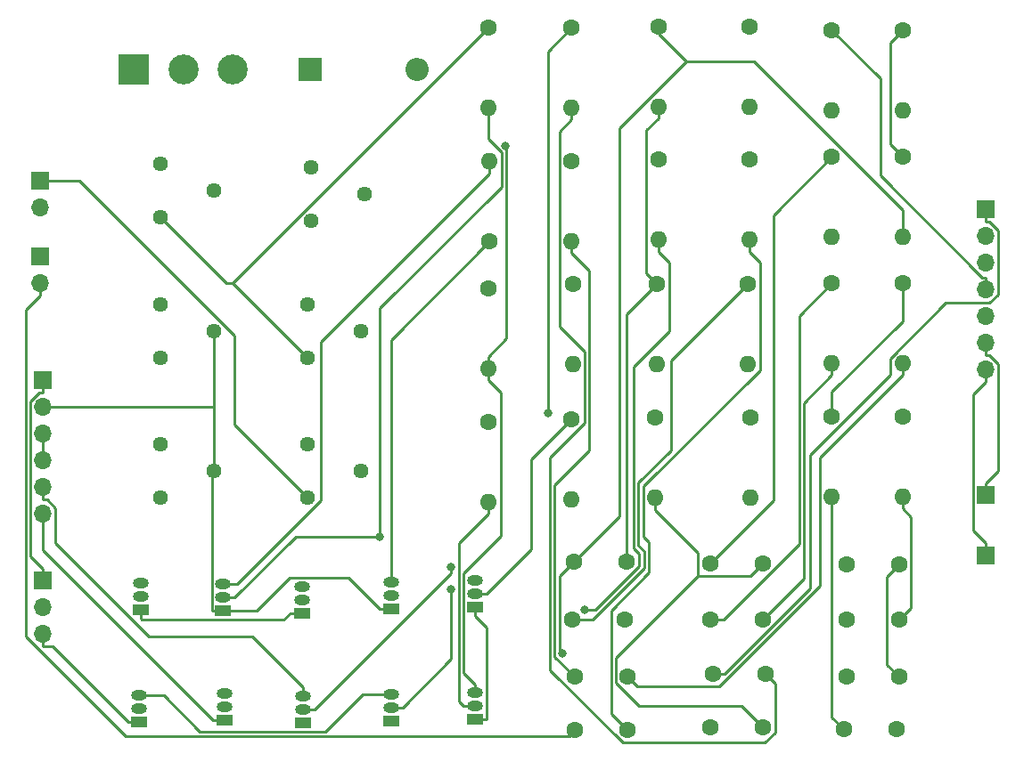
<source format=gbr>
G04 #@! TF.GenerationSoftware,KiCad,Pcbnew,(5.1.5)-3*
G04 #@! TF.CreationDate,2020-01-23T17:34:21-05:00*
G04 #@! TF.ProjectId,dmv,646d762e-6b69-4636-9164-5f7063625858,v01*
G04 #@! TF.SameCoordinates,Original*
G04 #@! TF.FileFunction,Copper,L2,Bot*
G04 #@! TF.FilePolarity,Positive*
%FSLAX46Y46*%
G04 Gerber Fmt 4.6, Leading zero omitted, Abs format (unit mm)*
G04 Created by KiCad (PCBNEW (5.1.5)-3) date 2020-01-23 17:34:21*
%MOMM*%
%LPD*%
G04 APERTURE LIST*
%ADD10C,1.600000*%
%ADD11R,2.200000X2.200000*%
%ADD12O,2.200000X2.200000*%
%ADD13R,1.700000X1.700000*%
%ADD14O,1.700000X1.700000*%
%ADD15R,1.500000X1.000000*%
%ADD16O,1.500000X1.000000*%
%ADD17O,1.600000X1.600000*%
%ADD18C,1.440000*%
%ADD19R,2.850000X2.850000*%
%ADD20C,2.850000*%
%ADD21C,0.800000*%
%ADD22C,0.250000*%
G04 APERTURE END LIST*
D10*
X129079000Y-82677000D03*
X124079000Y-82677000D03*
X141779000Y-72263000D03*
X136779000Y-72263000D03*
X110998000Y-88011000D03*
X115998000Y-88011000D03*
X141779000Y-82931000D03*
X136779000Y-82931000D03*
X136525000Y-87884000D03*
X141525000Y-87884000D03*
X141779000Y-77470000D03*
X136779000Y-77470000D03*
X128829000Y-87730000D03*
X123829000Y-87730000D03*
X110998000Y-82931000D03*
X115998000Y-82931000D03*
X123825000Y-77470000D03*
X128825000Y-77470000D03*
X110918000Y-71951000D03*
X115918000Y-71951000D03*
X123825000Y-72136000D03*
X128825000Y-72136000D03*
X115693000Y-77511000D03*
X110693000Y-77511000D03*
D11*
X85852000Y-25146000D03*
D12*
X96012000Y-25146000D03*
D13*
X60153000Y-35734000D03*
D14*
X60153000Y-38274000D03*
X60153000Y-45474000D03*
D13*
X60153000Y-42934000D03*
X60452000Y-73787000D03*
D14*
X60452000Y-76327000D03*
X60452000Y-78867000D03*
D13*
X60452000Y-54737000D03*
D14*
X60452000Y-57277000D03*
X60452000Y-59817000D03*
X60452000Y-62357000D03*
X60452000Y-64897000D03*
X60452000Y-67437000D03*
D13*
X149987000Y-38481000D03*
D14*
X149987000Y-41021000D03*
X149987000Y-43561000D03*
X149987000Y-46101000D03*
X149987000Y-48641000D03*
X149987000Y-51181000D03*
X149987000Y-53721000D03*
D13*
X149987000Y-71374000D03*
X149987000Y-65659000D03*
D15*
X85036000Y-76870000D03*
D16*
X85036000Y-74330000D03*
X85036000Y-75600000D03*
D15*
X101495000Y-76324000D03*
D16*
X101495000Y-73784000D03*
X101495000Y-75054000D03*
X77577000Y-75381000D03*
X77577000Y-74111000D03*
D15*
X77577000Y-76651000D03*
D16*
X85163000Y-86006000D03*
X85163000Y-84736000D03*
D15*
X85163000Y-87276000D03*
X69723000Y-76581000D03*
D16*
X69723000Y-74041000D03*
X69723000Y-75311000D03*
D15*
X93528000Y-76451000D03*
D16*
X93528000Y-73911000D03*
X93528000Y-75181000D03*
X101495000Y-85714000D03*
X101495000Y-84444000D03*
D15*
X101495000Y-86984000D03*
D16*
X77704000Y-85787000D03*
X77704000Y-84517000D03*
D15*
X77704000Y-87057000D03*
D16*
X93528000Y-85841000D03*
X93528000Y-84571000D03*
D15*
X93528000Y-87111000D03*
X69610000Y-87231000D03*
D16*
X69610000Y-84691000D03*
X69610000Y-85961000D03*
D17*
X135395000Y-65778000D03*
D10*
X135395000Y-58158000D03*
D17*
X118618000Y-65913000D03*
D10*
X118618000Y-58293000D03*
D17*
X102743000Y-28829000D03*
D10*
X102743000Y-21209000D03*
D17*
X142112000Y-53103000D03*
D10*
X142112000Y-45483000D03*
X110672000Y-21185000D03*
D17*
X110672000Y-28805000D03*
D10*
X110617000Y-58420000D03*
D17*
X110617000Y-66040000D03*
X127535000Y-41353000D03*
D10*
X127535000Y-33733000D03*
X118803000Y-45538000D03*
D17*
X118803000Y-53158000D03*
X127635000Y-65913000D03*
D10*
X127635000Y-58293000D03*
X102870000Y-41529000D03*
D17*
X102870000Y-33909000D03*
D18*
X85933000Y-39503000D03*
X91013000Y-36963000D03*
X85933000Y-34423000D03*
D17*
X118913000Y-41353000D03*
D10*
X118913000Y-33733000D03*
D18*
X85598000Y-52578000D03*
X90678000Y-50038000D03*
X85598000Y-47498000D03*
D10*
X142112000Y-58158000D03*
D17*
X142112000Y-65778000D03*
D18*
X85598000Y-60833000D03*
X90678000Y-63373000D03*
X85598000Y-65913000D03*
D10*
X102743000Y-58674000D03*
D17*
X102743000Y-66294000D03*
D10*
X135395000Y-45483000D03*
D17*
X135395000Y-53103000D03*
D18*
X71628000Y-34163000D03*
X76708000Y-36703000D03*
X71628000Y-39243000D03*
D10*
X110672000Y-33860000D03*
D17*
X110672000Y-41480000D03*
X118913000Y-28678000D03*
D10*
X118913000Y-21058000D03*
X110772000Y-45525000D03*
D17*
X110772000Y-53145000D03*
X142112000Y-29023000D03*
D10*
X142112000Y-21403000D03*
D17*
X102743000Y-53594000D03*
D10*
X102743000Y-45974000D03*
X142112000Y-33443000D03*
D17*
X142112000Y-41063000D03*
X135395000Y-29023000D03*
D10*
X135395000Y-21403000D03*
D17*
X135395000Y-41063000D03*
D10*
X135395000Y-33443000D03*
D18*
X71628000Y-47498000D03*
X76708000Y-50038000D03*
X71628000Y-52578000D03*
D10*
X127425000Y-45538000D03*
D17*
X127425000Y-53158000D03*
D18*
X71628000Y-65913000D03*
X76708000Y-63373000D03*
X71628000Y-60833000D03*
D10*
X127535000Y-21058000D03*
D17*
X127535000Y-28678000D03*
D19*
X69087000Y-25146000D03*
D20*
X73787000Y-25146000D03*
X78487000Y-25146000D03*
D21*
X111901700Y-76555700D03*
X92457100Y-69575000D03*
X104417400Y-32409900D03*
X109827400Y-80659700D03*
X99178700Y-72477300D03*
X99226200Y-74627100D03*
X108441500Y-57837400D03*
D22*
X149987000Y-39656300D02*
X150354300Y-39656300D01*
X150354300Y-39656300D02*
X151184800Y-40486800D01*
X151184800Y-40486800D02*
X151184800Y-46573300D01*
X151184800Y-46573300D02*
X150387100Y-47371000D01*
X150387100Y-47371000D02*
X146211900Y-47371000D01*
X146211900Y-47371000D02*
X140916200Y-52666700D01*
X140916200Y-52666700D02*
X140916200Y-54228400D01*
X140916200Y-54228400D02*
X133369000Y-61775600D01*
X133369000Y-61775600D02*
X133369000Y-74543000D01*
X133369000Y-74543000D02*
X125235000Y-82677000D01*
X125235000Y-82677000D02*
X124079000Y-82677000D01*
X60153000Y-46649300D02*
X58810400Y-47991900D01*
X58810400Y-47991900D02*
X58810400Y-79051700D01*
X58810400Y-79051700D02*
X68316400Y-88557700D01*
X68316400Y-88557700D02*
X110451300Y-88557700D01*
X110451300Y-88557700D02*
X110998000Y-88011000D01*
X149987000Y-38481000D02*
X149987000Y-39656300D01*
X60153000Y-45474000D02*
X60153000Y-46649300D01*
X110672000Y-28805000D02*
X110672000Y-29930300D01*
X110672000Y-29930300D02*
X109525600Y-31076700D01*
X109525600Y-31076700D02*
X109525600Y-49578400D01*
X109525600Y-49578400D02*
X111916000Y-51968800D01*
X111916000Y-51968800D02*
X111916000Y-58744500D01*
X111916000Y-58744500D02*
X108619100Y-62041400D01*
X108619100Y-62041400D02*
X108619100Y-82274600D01*
X108619100Y-82274600D02*
X115513600Y-89169100D01*
X115513600Y-89169100D02*
X129038800Y-89169100D01*
X129038800Y-89169100D02*
X129992500Y-88215400D01*
X129992500Y-88215400D02*
X129992500Y-83590500D01*
X129992500Y-83590500D02*
X129079000Y-82677000D01*
X141779000Y-72263000D02*
X140650600Y-73391400D01*
X140650600Y-73391400D02*
X140650600Y-81802600D01*
X140650600Y-81802600D02*
X141779000Y-82931000D01*
X127535000Y-42478300D02*
X128551900Y-43495200D01*
X128551900Y-43495200D02*
X128551900Y-53736800D01*
X128551900Y-53736800D02*
X117474500Y-64814200D01*
X117474500Y-64814200D02*
X117474500Y-69591200D01*
X117474500Y-69591200D02*
X118032000Y-70148700D01*
X118032000Y-70148700D02*
X118032000Y-72997700D01*
X118032000Y-72997700D02*
X114420400Y-76609300D01*
X114420400Y-76609300D02*
X114420400Y-86433400D01*
X114420400Y-86433400D02*
X115998000Y-88011000D01*
X127535000Y-41353000D02*
X127535000Y-42478300D01*
X118913000Y-42478300D02*
X119935200Y-43500500D01*
X119935200Y-43500500D02*
X119935200Y-50040600D01*
X119935200Y-50040600D02*
X116573700Y-53402100D01*
X116573700Y-53402100D02*
X116573700Y-70683200D01*
X116573700Y-70683200D02*
X117091600Y-71201100D01*
X117091600Y-71201100D02*
X117091600Y-72417000D01*
X117091600Y-72417000D02*
X112952900Y-76555700D01*
X112952900Y-76555700D02*
X111901700Y-76555700D01*
X118913000Y-41353000D02*
X118913000Y-42478300D01*
X135395000Y-65778000D02*
X135395000Y-86754000D01*
X135395000Y-86754000D02*
X136525000Y-87884000D01*
X102743000Y-29954300D02*
X102743000Y-31761200D01*
X102743000Y-31761200D02*
X104017000Y-33035200D01*
X104017000Y-33035200D02*
X104017000Y-36319000D01*
X104017000Y-36319000D02*
X92457100Y-47878900D01*
X92457100Y-47878900D02*
X92457100Y-69575000D01*
X92457100Y-69575000D02*
X84458300Y-69575000D01*
X84458300Y-69575000D02*
X78652300Y-75381000D01*
X77577000Y-75381000D02*
X78652300Y-75381000D01*
X102743000Y-28829000D02*
X102743000Y-29954300D01*
X142112000Y-66903300D02*
X142909400Y-67700700D01*
X142909400Y-67700700D02*
X142909400Y-76339600D01*
X142909400Y-76339600D02*
X141779000Y-77470000D01*
X142112000Y-65778000D02*
X142112000Y-66903300D01*
X122682800Y-73302800D02*
X127658200Y-73302800D01*
X127658200Y-73302800D02*
X128825000Y-72136000D01*
X118618000Y-67038300D02*
X122682800Y-71103100D01*
X122682800Y-71103100D02*
X122682800Y-73302800D01*
X122682800Y-73302800D02*
X114870700Y-81114900D01*
X114870700Y-81114900D02*
X114870700Y-83462700D01*
X114870700Y-83462700D02*
X117101500Y-85693500D01*
X117101500Y-85693500D02*
X126792500Y-85693500D01*
X126792500Y-85693500D02*
X128829000Y-87730000D01*
X118618000Y-65913000D02*
X118618000Y-67038300D01*
X101495000Y-85714000D02*
X100419700Y-85714000D01*
X102743000Y-66294000D02*
X102743000Y-67419300D01*
X102743000Y-67419300D02*
X99957000Y-70205300D01*
X99957000Y-70205300D02*
X99957000Y-85251300D01*
X99957000Y-85251300D02*
X100419700Y-85714000D01*
X142112000Y-53103000D02*
X142112000Y-54228300D01*
X142112000Y-54228300D02*
X134269600Y-62070700D01*
X134269600Y-62070700D02*
X134269600Y-74286600D01*
X134269600Y-74286600D02*
X124724100Y-83832100D01*
X124724100Y-83832100D02*
X116899100Y-83832100D01*
X116899100Y-83832100D02*
X115998000Y-82931000D01*
X85163000Y-83910700D02*
X80318400Y-79066100D01*
X80318400Y-79066100D02*
X70498000Y-79066100D01*
X70498000Y-79066100D02*
X61627300Y-70195400D01*
X61627300Y-70195400D02*
X61627300Y-66880200D01*
X61627300Y-66880200D02*
X60819400Y-66072300D01*
X60819400Y-66072300D02*
X60452000Y-66072300D01*
X60452000Y-64897000D02*
X60452000Y-66072300D01*
X85163000Y-84736000D02*
X85163000Y-83910700D01*
X110998000Y-82931000D02*
X109070900Y-81003900D01*
X109070900Y-81003900D02*
X109070900Y-64650000D01*
X109070900Y-64650000D02*
X112366300Y-61354600D01*
X112366300Y-61354600D02*
X112366300Y-44299600D01*
X112366300Y-44299600D02*
X110672000Y-42605300D01*
X110672000Y-41480000D02*
X110672000Y-42605300D01*
X135395000Y-54228300D02*
X132732400Y-56890900D01*
X132732400Y-56890900D02*
X132732400Y-73562600D01*
X132732400Y-73562600D02*
X128825000Y-77470000D01*
X101495000Y-75054000D02*
X102570300Y-75054000D01*
X110617000Y-58420000D02*
X106799700Y-62237300D01*
X106799700Y-62237300D02*
X106799700Y-70824600D01*
X106799700Y-70824600D02*
X102570300Y-75054000D01*
X135395000Y-53103000D02*
X135395000Y-54228300D01*
X123825000Y-77470000D02*
X125114900Y-77470000D01*
X125114900Y-77470000D02*
X132276700Y-70308200D01*
X132276700Y-70308200D02*
X132276700Y-48601300D01*
X132276700Y-48601300D02*
X135395000Y-45483000D01*
X101495000Y-83618700D02*
X100407400Y-82531100D01*
X100407400Y-82531100D02*
X100407400Y-73060100D01*
X100407400Y-73060100D02*
X103928300Y-69539200D01*
X103928300Y-69539200D02*
X103928300Y-55904600D01*
X103928300Y-55904600D02*
X102743000Y-54719300D01*
X102743000Y-52468700D02*
X104470000Y-50741700D01*
X104470000Y-50741700D02*
X104470000Y-32462500D01*
X104470000Y-32462500D02*
X104417400Y-32409900D01*
X102743000Y-53594000D02*
X102743000Y-52468700D01*
X101495000Y-84444000D02*
X101495000Y-83618700D01*
X102743000Y-53594000D02*
X102743000Y-54719300D01*
X110918000Y-71951000D02*
X109549100Y-73319900D01*
X109549100Y-73319900D02*
X109549100Y-80381400D01*
X109549100Y-80381400D02*
X109827400Y-80659700D01*
X121573700Y-24401500D02*
X115222900Y-30752300D01*
X115222900Y-30752300D02*
X115222900Y-67646100D01*
X115222900Y-67646100D02*
X110918000Y-71951000D01*
X121573700Y-24401500D02*
X127998200Y-24401500D01*
X127998200Y-24401500D02*
X142112000Y-38515300D01*
X142112000Y-38515300D02*
X142112000Y-41063000D01*
X118913000Y-21058000D02*
X118913000Y-21740800D01*
X118913000Y-21740800D02*
X121573700Y-24401500D01*
X85163000Y-86006000D02*
X86238300Y-86006000D01*
X86238300Y-86006000D02*
X99178700Y-73065600D01*
X99178700Y-73065600D02*
X99178700Y-72477300D01*
X118803000Y-45538000D02*
X115918000Y-48423000D01*
X115918000Y-48423000D02*
X115918000Y-71951000D01*
X118803000Y-45538000D02*
X117787700Y-44522700D01*
X117787700Y-44522700D02*
X117787700Y-30928600D01*
X117787700Y-30928600D02*
X118913000Y-29803300D01*
X118913000Y-28678000D02*
X118913000Y-29803300D01*
X94603300Y-85841000D02*
X99226200Y-81218100D01*
X99226200Y-81218100D02*
X99226200Y-74627100D01*
X93528000Y-85841000D02*
X94603300Y-85841000D01*
X135395000Y-33443000D02*
X129843800Y-38994200D01*
X129843800Y-38994200D02*
X129843800Y-66117200D01*
X129843800Y-66117200D02*
X123825000Y-72136000D01*
X127425000Y-45538000D02*
X120099300Y-52863700D01*
X120099300Y-52863700D02*
X120099300Y-61352800D01*
X120099300Y-61352800D02*
X117024100Y-64428000D01*
X117024100Y-64428000D02*
X117024100Y-70458300D01*
X117024100Y-70458300D02*
X117541900Y-70976100D01*
X117541900Y-70976100D02*
X117541900Y-72603600D01*
X117541900Y-72603600D02*
X112634500Y-77511000D01*
X112634500Y-77511000D02*
X110693000Y-77511000D01*
X93528000Y-84571000D02*
X90804500Y-84571000D01*
X90804500Y-84571000D02*
X87274100Y-88101400D01*
X87274100Y-88101400D02*
X75327300Y-88101400D01*
X75327300Y-88101400D02*
X71916900Y-84691000D01*
X71916900Y-84691000D02*
X69610000Y-84691000D01*
X149987000Y-53721000D02*
X149987000Y-54896300D01*
X149987000Y-71374000D02*
X149987000Y-70198700D01*
X149987000Y-70198700D02*
X148811700Y-69023400D01*
X148811700Y-69023400D02*
X148811700Y-56071600D01*
X148811700Y-56071600D02*
X149987000Y-54896300D01*
X149987000Y-65659000D02*
X149987000Y-64483700D01*
X149987000Y-51181000D02*
X149987000Y-52356300D01*
X149987000Y-52356300D02*
X150354300Y-52356300D01*
X150354300Y-52356300D02*
X151162300Y-53164300D01*
X151162300Y-53164300D02*
X151162300Y-63308400D01*
X151162300Y-63308400D02*
X149987000Y-64483700D01*
X149987000Y-46101000D02*
X149987000Y-44925700D01*
X135395000Y-21403000D02*
X139998700Y-26006700D01*
X139998700Y-26006700D02*
X139998700Y-35251700D01*
X139998700Y-35251700D02*
X149672700Y-44925700D01*
X149672700Y-44925700D02*
X149987000Y-44925700D01*
X110672000Y-21185000D02*
X108441500Y-23415500D01*
X108441500Y-23415500D02*
X108441500Y-57837400D01*
X102870000Y-35034300D02*
X86884400Y-51019900D01*
X86884400Y-51019900D02*
X86884400Y-66135700D01*
X86884400Y-66135700D02*
X78909100Y-74111000D01*
X78909100Y-74111000D02*
X77577000Y-74111000D01*
X102870000Y-33909000D02*
X102870000Y-35034300D01*
X85598000Y-65913000D02*
X78601200Y-58916200D01*
X78601200Y-58916200D02*
X78601200Y-50450900D01*
X78601200Y-50450900D02*
X63884300Y-35734000D01*
X63884300Y-35734000D02*
X60153000Y-35734000D01*
X142112000Y-33443000D02*
X140943500Y-32274500D01*
X140943500Y-32274500D02*
X140943500Y-22571500D01*
X140943500Y-22571500D02*
X142112000Y-21403000D01*
X60452000Y-73787000D02*
X60452000Y-72611700D01*
X60452000Y-54737000D02*
X60452000Y-55912300D01*
X60452000Y-55912300D02*
X60084700Y-55912300D01*
X60084700Y-55912300D02*
X59276700Y-56720300D01*
X59276700Y-56720300D02*
X59276700Y-71436400D01*
X59276700Y-71436400D02*
X60452000Y-72611700D01*
X101495000Y-86984000D02*
X102570300Y-86984000D01*
X101495000Y-76324000D02*
X101495000Y-77149300D01*
X101495000Y-77149300D02*
X102570300Y-78224600D01*
X102570300Y-78224600D02*
X102570300Y-86984000D01*
X76708000Y-57277000D02*
X76708000Y-63373000D01*
X76708000Y-50038000D02*
X76708000Y-57277000D01*
X76708000Y-57277000D02*
X61627300Y-57277000D01*
X60452000Y-57277000D02*
X61627300Y-57277000D01*
X77577000Y-76651000D02*
X80722300Y-76651000D01*
X80722300Y-76651000D02*
X83891700Y-73481600D01*
X83891700Y-73481600D02*
X89483300Y-73481600D01*
X89483300Y-73481600D02*
X92452700Y-76451000D01*
X93528000Y-76451000D02*
X92452700Y-76451000D01*
X77577000Y-76651000D02*
X76501700Y-76651000D01*
X76501700Y-76651000D02*
X76501700Y-63579300D01*
X76501700Y-63579300D02*
X76708000Y-63373000D01*
X60452000Y-59817000D02*
X60452000Y-62357000D01*
X142112000Y-45483000D02*
X142112000Y-49105200D01*
X142112000Y-49105200D02*
X135395000Y-55822200D01*
X135395000Y-55822200D02*
X135395000Y-58158000D01*
X78486000Y-45466000D02*
X77851000Y-45466000D01*
X77851000Y-45466000D02*
X71628000Y-39243000D01*
X102743000Y-21209000D02*
X78486000Y-45466000D01*
X78486000Y-45466000D02*
X85598000Y-52578000D01*
X68534700Y-87231000D02*
X61346000Y-80042300D01*
X61346000Y-80042300D02*
X60452000Y-80042300D01*
X60452000Y-78867000D02*
X60452000Y-80042300D01*
X69610000Y-87231000D02*
X68534700Y-87231000D01*
X77704000Y-87057000D02*
X76628700Y-87057000D01*
X76628700Y-87057000D02*
X60452000Y-70880300D01*
X60452000Y-70880300D02*
X60452000Y-67437000D01*
X85036000Y-76870000D02*
X83960700Y-76870000D01*
X69723000Y-76581000D02*
X69723000Y-77406300D01*
X69723000Y-77406300D02*
X69822600Y-77505900D01*
X69822600Y-77505900D02*
X83324800Y-77505900D01*
X83324800Y-77505900D02*
X83960700Y-76870000D01*
X102870000Y-41529000D02*
X93528000Y-50871000D01*
X93528000Y-50871000D02*
X93528000Y-73911000D01*
M02*

</source>
